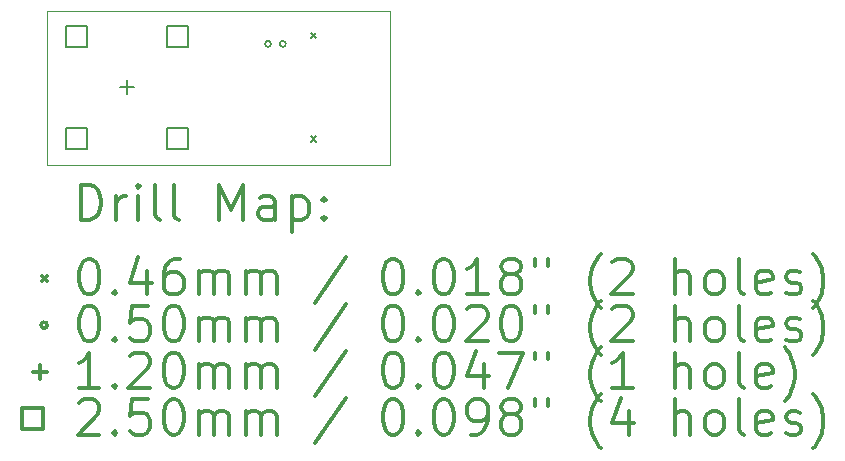
<source format=gbr>
%FSLAX45Y45*%
G04 Gerber Fmt 4.5, Leading zero omitted, Abs format (unit mm)*
G04 Created by KiCad (PCBNEW 5.1.6+dfsg1-1~bpo9+1) date 2022-04-04 20:18:46*
%MOMM*%
%LPD*%
G01*
G04 APERTURE LIST*
%TA.AperFunction,Profile*%
%ADD10C,0.050000*%
%TD*%
%ADD11C,0.200000*%
%ADD12C,0.300000*%
G04 APERTURE END LIST*
D10*
X10900000Y-6200000D02*
X10900000Y-7500000D01*
X8000000Y-7500000D02*
X10900000Y-7500000D01*
X8000000Y-6200000D02*
X10900000Y-6200000D01*
X8000000Y-7500000D02*
X8000000Y-6200000D01*
D11*
X10231700Y-6384300D02*
X10277700Y-6430300D01*
X10277700Y-6384300D02*
X10231700Y-6430300D01*
X10231700Y-7260300D02*
X10277700Y-7306300D01*
X10277700Y-7260300D02*
X10231700Y-7306300D01*
X9892900Y-6477000D02*
G75*
G03*
X9892900Y-6477000I-25000J0D01*
G01*
X10017900Y-6477000D02*
G75*
G03*
X10017900Y-6477000I-25000J0D01*
G01*
X8674100Y-6785300D02*
X8674100Y-6905300D01*
X8614100Y-6845300D02*
X8734100Y-6845300D01*
X8332489Y-6503689D02*
X8332489Y-6326911D01*
X8155711Y-6326911D01*
X8155711Y-6503689D01*
X8332489Y-6503689D01*
X8332489Y-7363689D02*
X8332489Y-7186911D01*
X8155711Y-7186911D01*
X8155711Y-7363689D01*
X8332489Y-7363689D01*
X9192489Y-6503689D02*
X9192489Y-6326911D01*
X9015711Y-6326911D01*
X9015711Y-6503689D01*
X9192489Y-6503689D01*
X9192489Y-7363689D02*
X9192489Y-7186911D01*
X9015711Y-7186911D01*
X9015711Y-7363689D01*
X9192489Y-7363689D01*
D12*
X8283928Y-7968214D02*
X8283928Y-7668214D01*
X8355357Y-7668214D01*
X8398214Y-7682500D01*
X8426786Y-7711071D01*
X8441071Y-7739643D01*
X8455357Y-7796786D01*
X8455357Y-7839643D01*
X8441071Y-7896786D01*
X8426786Y-7925357D01*
X8398214Y-7953929D01*
X8355357Y-7968214D01*
X8283928Y-7968214D01*
X8583928Y-7968214D02*
X8583928Y-7768214D01*
X8583928Y-7825357D02*
X8598214Y-7796786D01*
X8612500Y-7782500D01*
X8641071Y-7768214D01*
X8669643Y-7768214D01*
X8769643Y-7968214D02*
X8769643Y-7768214D01*
X8769643Y-7668214D02*
X8755357Y-7682500D01*
X8769643Y-7696786D01*
X8783928Y-7682500D01*
X8769643Y-7668214D01*
X8769643Y-7696786D01*
X8955357Y-7968214D02*
X8926786Y-7953929D01*
X8912500Y-7925357D01*
X8912500Y-7668214D01*
X9112500Y-7968214D02*
X9083928Y-7953929D01*
X9069643Y-7925357D01*
X9069643Y-7668214D01*
X9455357Y-7968214D02*
X9455357Y-7668214D01*
X9555357Y-7882500D01*
X9655357Y-7668214D01*
X9655357Y-7968214D01*
X9926786Y-7968214D02*
X9926786Y-7811071D01*
X9912500Y-7782500D01*
X9883928Y-7768214D01*
X9826786Y-7768214D01*
X9798214Y-7782500D01*
X9926786Y-7953929D02*
X9898214Y-7968214D01*
X9826786Y-7968214D01*
X9798214Y-7953929D01*
X9783928Y-7925357D01*
X9783928Y-7896786D01*
X9798214Y-7868214D01*
X9826786Y-7853929D01*
X9898214Y-7853929D01*
X9926786Y-7839643D01*
X10069643Y-7768214D02*
X10069643Y-8068214D01*
X10069643Y-7782500D02*
X10098214Y-7768214D01*
X10155357Y-7768214D01*
X10183928Y-7782500D01*
X10198214Y-7796786D01*
X10212500Y-7825357D01*
X10212500Y-7911071D01*
X10198214Y-7939643D01*
X10183928Y-7953929D01*
X10155357Y-7968214D01*
X10098214Y-7968214D01*
X10069643Y-7953929D01*
X10341071Y-7939643D02*
X10355357Y-7953929D01*
X10341071Y-7968214D01*
X10326786Y-7953929D01*
X10341071Y-7939643D01*
X10341071Y-7968214D01*
X10341071Y-7782500D02*
X10355357Y-7796786D01*
X10341071Y-7811071D01*
X10326786Y-7796786D01*
X10341071Y-7782500D01*
X10341071Y-7811071D01*
X7951500Y-8439500D02*
X7997500Y-8485500D01*
X7997500Y-8439500D02*
X7951500Y-8485500D01*
X8341071Y-8298214D02*
X8369643Y-8298214D01*
X8398214Y-8312500D01*
X8412500Y-8326786D01*
X8426786Y-8355357D01*
X8441071Y-8412500D01*
X8441071Y-8483929D01*
X8426786Y-8541072D01*
X8412500Y-8569643D01*
X8398214Y-8583929D01*
X8369643Y-8598214D01*
X8341071Y-8598214D01*
X8312500Y-8583929D01*
X8298214Y-8569643D01*
X8283928Y-8541072D01*
X8269643Y-8483929D01*
X8269643Y-8412500D01*
X8283928Y-8355357D01*
X8298214Y-8326786D01*
X8312500Y-8312500D01*
X8341071Y-8298214D01*
X8569643Y-8569643D02*
X8583928Y-8583929D01*
X8569643Y-8598214D01*
X8555357Y-8583929D01*
X8569643Y-8569643D01*
X8569643Y-8598214D01*
X8841071Y-8398214D02*
X8841071Y-8598214D01*
X8769643Y-8283929D02*
X8698214Y-8498214D01*
X8883928Y-8498214D01*
X9126786Y-8298214D02*
X9069643Y-8298214D01*
X9041071Y-8312500D01*
X9026786Y-8326786D01*
X8998214Y-8369643D01*
X8983928Y-8426786D01*
X8983928Y-8541072D01*
X8998214Y-8569643D01*
X9012500Y-8583929D01*
X9041071Y-8598214D01*
X9098214Y-8598214D01*
X9126786Y-8583929D01*
X9141071Y-8569643D01*
X9155357Y-8541072D01*
X9155357Y-8469643D01*
X9141071Y-8441072D01*
X9126786Y-8426786D01*
X9098214Y-8412500D01*
X9041071Y-8412500D01*
X9012500Y-8426786D01*
X8998214Y-8441072D01*
X8983928Y-8469643D01*
X9283928Y-8598214D02*
X9283928Y-8398214D01*
X9283928Y-8426786D02*
X9298214Y-8412500D01*
X9326786Y-8398214D01*
X9369643Y-8398214D01*
X9398214Y-8412500D01*
X9412500Y-8441072D01*
X9412500Y-8598214D01*
X9412500Y-8441072D02*
X9426786Y-8412500D01*
X9455357Y-8398214D01*
X9498214Y-8398214D01*
X9526786Y-8412500D01*
X9541071Y-8441072D01*
X9541071Y-8598214D01*
X9683928Y-8598214D02*
X9683928Y-8398214D01*
X9683928Y-8426786D02*
X9698214Y-8412500D01*
X9726786Y-8398214D01*
X9769643Y-8398214D01*
X9798214Y-8412500D01*
X9812500Y-8441072D01*
X9812500Y-8598214D01*
X9812500Y-8441072D02*
X9826786Y-8412500D01*
X9855357Y-8398214D01*
X9898214Y-8398214D01*
X9926786Y-8412500D01*
X9941071Y-8441072D01*
X9941071Y-8598214D01*
X10526786Y-8283929D02*
X10269643Y-8669643D01*
X10912500Y-8298214D02*
X10941071Y-8298214D01*
X10969643Y-8312500D01*
X10983928Y-8326786D01*
X10998214Y-8355357D01*
X11012500Y-8412500D01*
X11012500Y-8483929D01*
X10998214Y-8541072D01*
X10983928Y-8569643D01*
X10969643Y-8583929D01*
X10941071Y-8598214D01*
X10912500Y-8598214D01*
X10883928Y-8583929D01*
X10869643Y-8569643D01*
X10855357Y-8541072D01*
X10841071Y-8483929D01*
X10841071Y-8412500D01*
X10855357Y-8355357D01*
X10869643Y-8326786D01*
X10883928Y-8312500D01*
X10912500Y-8298214D01*
X11141071Y-8569643D02*
X11155357Y-8583929D01*
X11141071Y-8598214D01*
X11126786Y-8583929D01*
X11141071Y-8569643D01*
X11141071Y-8598214D01*
X11341071Y-8298214D02*
X11369643Y-8298214D01*
X11398214Y-8312500D01*
X11412500Y-8326786D01*
X11426786Y-8355357D01*
X11441071Y-8412500D01*
X11441071Y-8483929D01*
X11426786Y-8541072D01*
X11412500Y-8569643D01*
X11398214Y-8583929D01*
X11369643Y-8598214D01*
X11341071Y-8598214D01*
X11312500Y-8583929D01*
X11298214Y-8569643D01*
X11283928Y-8541072D01*
X11269643Y-8483929D01*
X11269643Y-8412500D01*
X11283928Y-8355357D01*
X11298214Y-8326786D01*
X11312500Y-8312500D01*
X11341071Y-8298214D01*
X11726786Y-8598214D02*
X11555357Y-8598214D01*
X11641071Y-8598214D02*
X11641071Y-8298214D01*
X11612500Y-8341071D01*
X11583928Y-8369643D01*
X11555357Y-8383929D01*
X11898214Y-8426786D02*
X11869643Y-8412500D01*
X11855357Y-8398214D01*
X11841071Y-8369643D01*
X11841071Y-8355357D01*
X11855357Y-8326786D01*
X11869643Y-8312500D01*
X11898214Y-8298214D01*
X11955357Y-8298214D01*
X11983928Y-8312500D01*
X11998214Y-8326786D01*
X12012500Y-8355357D01*
X12012500Y-8369643D01*
X11998214Y-8398214D01*
X11983928Y-8412500D01*
X11955357Y-8426786D01*
X11898214Y-8426786D01*
X11869643Y-8441072D01*
X11855357Y-8455357D01*
X11841071Y-8483929D01*
X11841071Y-8541072D01*
X11855357Y-8569643D01*
X11869643Y-8583929D01*
X11898214Y-8598214D01*
X11955357Y-8598214D01*
X11983928Y-8583929D01*
X11998214Y-8569643D01*
X12012500Y-8541072D01*
X12012500Y-8483929D01*
X11998214Y-8455357D01*
X11983928Y-8441072D01*
X11955357Y-8426786D01*
X12126786Y-8298214D02*
X12126786Y-8355357D01*
X12241071Y-8298214D02*
X12241071Y-8355357D01*
X12683928Y-8712500D02*
X12669643Y-8698214D01*
X12641071Y-8655357D01*
X12626786Y-8626786D01*
X12612500Y-8583929D01*
X12598214Y-8512500D01*
X12598214Y-8455357D01*
X12612500Y-8383929D01*
X12626786Y-8341071D01*
X12641071Y-8312500D01*
X12669643Y-8269643D01*
X12683928Y-8255357D01*
X12783928Y-8326786D02*
X12798214Y-8312500D01*
X12826786Y-8298214D01*
X12898214Y-8298214D01*
X12926786Y-8312500D01*
X12941071Y-8326786D01*
X12955357Y-8355357D01*
X12955357Y-8383929D01*
X12941071Y-8426786D01*
X12769643Y-8598214D01*
X12955357Y-8598214D01*
X13312500Y-8598214D02*
X13312500Y-8298214D01*
X13441071Y-8598214D02*
X13441071Y-8441072D01*
X13426786Y-8412500D01*
X13398214Y-8398214D01*
X13355357Y-8398214D01*
X13326786Y-8412500D01*
X13312500Y-8426786D01*
X13626786Y-8598214D02*
X13598214Y-8583929D01*
X13583928Y-8569643D01*
X13569643Y-8541072D01*
X13569643Y-8455357D01*
X13583928Y-8426786D01*
X13598214Y-8412500D01*
X13626786Y-8398214D01*
X13669643Y-8398214D01*
X13698214Y-8412500D01*
X13712500Y-8426786D01*
X13726786Y-8455357D01*
X13726786Y-8541072D01*
X13712500Y-8569643D01*
X13698214Y-8583929D01*
X13669643Y-8598214D01*
X13626786Y-8598214D01*
X13898214Y-8598214D02*
X13869643Y-8583929D01*
X13855357Y-8555357D01*
X13855357Y-8298214D01*
X14126786Y-8583929D02*
X14098214Y-8598214D01*
X14041071Y-8598214D01*
X14012500Y-8583929D01*
X13998214Y-8555357D01*
X13998214Y-8441072D01*
X14012500Y-8412500D01*
X14041071Y-8398214D01*
X14098214Y-8398214D01*
X14126786Y-8412500D01*
X14141071Y-8441072D01*
X14141071Y-8469643D01*
X13998214Y-8498214D01*
X14255357Y-8583929D02*
X14283928Y-8598214D01*
X14341071Y-8598214D01*
X14369643Y-8583929D01*
X14383928Y-8555357D01*
X14383928Y-8541072D01*
X14369643Y-8512500D01*
X14341071Y-8498214D01*
X14298214Y-8498214D01*
X14269643Y-8483929D01*
X14255357Y-8455357D01*
X14255357Y-8441072D01*
X14269643Y-8412500D01*
X14298214Y-8398214D01*
X14341071Y-8398214D01*
X14369643Y-8412500D01*
X14483928Y-8712500D02*
X14498214Y-8698214D01*
X14526786Y-8655357D01*
X14541071Y-8626786D01*
X14555357Y-8583929D01*
X14569643Y-8512500D01*
X14569643Y-8455357D01*
X14555357Y-8383929D01*
X14541071Y-8341071D01*
X14526786Y-8312500D01*
X14498214Y-8269643D01*
X14483928Y-8255357D01*
X7997500Y-8858500D02*
G75*
G03*
X7997500Y-8858500I-25000J0D01*
G01*
X8341071Y-8694214D02*
X8369643Y-8694214D01*
X8398214Y-8708500D01*
X8412500Y-8722786D01*
X8426786Y-8751357D01*
X8441071Y-8808500D01*
X8441071Y-8879929D01*
X8426786Y-8937072D01*
X8412500Y-8965643D01*
X8398214Y-8979929D01*
X8369643Y-8994214D01*
X8341071Y-8994214D01*
X8312500Y-8979929D01*
X8298214Y-8965643D01*
X8283928Y-8937072D01*
X8269643Y-8879929D01*
X8269643Y-8808500D01*
X8283928Y-8751357D01*
X8298214Y-8722786D01*
X8312500Y-8708500D01*
X8341071Y-8694214D01*
X8569643Y-8965643D02*
X8583928Y-8979929D01*
X8569643Y-8994214D01*
X8555357Y-8979929D01*
X8569643Y-8965643D01*
X8569643Y-8994214D01*
X8855357Y-8694214D02*
X8712500Y-8694214D01*
X8698214Y-8837072D01*
X8712500Y-8822786D01*
X8741071Y-8808500D01*
X8812500Y-8808500D01*
X8841071Y-8822786D01*
X8855357Y-8837072D01*
X8869643Y-8865643D01*
X8869643Y-8937072D01*
X8855357Y-8965643D01*
X8841071Y-8979929D01*
X8812500Y-8994214D01*
X8741071Y-8994214D01*
X8712500Y-8979929D01*
X8698214Y-8965643D01*
X9055357Y-8694214D02*
X9083928Y-8694214D01*
X9112500Y-8708500D01*
X9126786Y-8722786D01*
X9141071Y-8751357D01*
X9155357Y-8808500D01*
X9155357Y-8879929D01*
X9141071Y-8937072D01*
X9126786Y-8965643D01*
X9112500Y-8979929D01*
X9083928Y-8994214D01*
X9055357Y-8994214D01*
X9026786Y-8979929D01*
X9012500Y-8965643D01*
X8998214Y-8937072D01*
X8983928Y-8879929D01*
X8983928Y-8808500D01*
X8998214Y-8751357D01*
X9012500Y-8722786D01*
X9026786Y-8708500D01*
X9055357Y-8694214D01*
X9283928Y-8994214D02*
X9283928Y-8794214D01*
X9283928Y-8822786D02*
X9298214Y-8808500D01*
X9326786Y-8794214D01*
X9369643Y-8794214D01*
X9398214Y-8808500D01*
X9412500Y-8837072D01*
X9412500Y-8994214D01*
X9412500Y-8837072D02*
X9426786Y-8808500D01*
X9455357Y-8794214D01*
X9498214Y-8794214D01*
X9526786Y-8808500D01*
X9541071Y-8837072D01*
X9541071Y-8994214D01*
X9683928Y-8994214D02*
X9683928Y-8794214D01*
X9683928Y-8822786D02*
X9698214Y-8808500D01*
X9726786Y-8794214D01*
X9769643Y-8794214D01*
X9798214Y-8808500D01*
X9812500Y-8837072D01*
X9812500Y-8994214D01*
X9812500Y-8837072D02*
X9826786Y-8808500D01*
X9855357Y-8794214D01*
X9898214Y-8794214D01*
X9926786Y-8808500D01*
X9941071Y-8837072D01*
X9941071Y-8994214D01*
X10526786Y-8679929D02*
X10269643Y-9065643D01*
X10912500Y-8694214D02*
X10941071Y-8694214D01*
X10969643Y-8708500D01*
X10983928Y-8722786D01*
X10998214Y-8751357D01*
X11012500Y-8808500D01*
X11012500Y-8879929D01*
X10998214Y-8937072D01*
X10983928Y-8965643D01*
X10969643Y-8979929D01*
X10941071Y-8994214D01*
X10912500Y-8994214D01*
X10883928Y-8979929D01*
X10869643Y-8965643D01*
X10855357Y-8937072D01*
X10841071Y-8879929D01*
X10841071Y-8808500D01*
X10855357Y-8751357D01*
X10869643Y-8722786D01*
X10883928Y-8708500D01*
X10912500Y-8694214D01*
X11141071Y-8965643D02*
X11155357Y-8979929D01*
X11141071Y-8994214D01*
X11126786Y-8979929D01*
X11141071Y-8965643D01*
X11141071Y-8994214D01*
X11341071Y-8694214D02*
X11369643Y-8694214D01*
X11398214Y-8708500D01*
X11412500Y-8722786D01*
X11426786Y-8751357D01*
X11441071Y-8808500D01*
X11441071Y-8879929D01*
X11426786Y-8937072D01*
X11412500Y-8965643D01*
X11398214Y-8979929D01*
X11369643Y-8994214D01*
X11341071Y-8994214D01*
X11312500Y-8979929D01*
X11298214Y-8965643D01*
X11283928Y-8937072D01*
X11269643Y-8879929D01*
X11269643Y-8808500D01*
X11283928Y-8751357D01*
X11298214Y-8722786D01*
X11312500Y-8708500D01*
X11341071Y-8694214D01*
X11555357Y-8722786D02*
X11569643Y-8708500D01*
X11598214Y-8694214D01*
X11669643Y-8694214D01*
X11698214Y-8708500D01*
X11712500Y-8722786D01*
X11726786Y-8751357D01*
X11726786Y-8779929D01*
X11712500Y-8822786D01*
X11541071Y-8994214D01*
X11726786Y-8994214D01*
X11912500Y-8694214D02*
X11941071Y-8694214D01*
X11969643Y-8708500D01*
X11983928Y-8722786D01*
X11998214Y-8751357D01*
X12012500Y-8808500D01*
X12012500Y-8879929D01*
X11998214Y-8937072D01*
X11983928Y-8965643D01*
X11969643Y-8979929D01*
X11941071Y-8994214D01*
X11912500Y-8994214D01*
X11883928Y-8979929D01*
X11869643Y-8965643D01*
X11855357Y-8937072D01*
X11841071Y-8879929D01*
X11841071Y-8808500D01*
X11855357Y-8751357D01*
X11869643Y-8722786D01*
X11883928Y-8708500D01*
X11912500Y-8694214D01*
X12126786Y-8694214D02*
X12126786Y-8751357D01*
X12241071Y-8694214D02*
X12241071Y-8751357D01*
X12683928Y-9108500D02*
X12669643Y-9094214D01*
X12641071Y-9051357D01*
X12626786Y-9022786D01*
X12612500Y-8979929D01*
X12598214Y-8908500D01*
X12598214Y-8851357D01*
X12612500Y-8779929D01*
X12626786Y-8737072D01*
X12641071Y-8708500D01*
X12669643Y-8665643D01*
X12683928Y-8651357D01*
X12783928Y-8722786D02*
X12798214Y-8708500D01*
X12826786Y-8694214D01*
X12898214Y-8694214D01*
X12926786Y-8708500D01*
X12941071Y-8722786D01*
X12955357Y-8751357D01*
X12955357Y-8779929D01*
X12941071Y-8822786D01*
X12769643Y-8994214D01*
X12955357Y-8994214D01*
X13312500Y-8994214D02*
X13312500Y-8694214D01*
X13441071Y-8994214D02*
X13441071Y-8837072D01*
X13426786Y-8808500D01*
X13398214Y-8794214D01*
X13355357Y-8794214D01*
X13326786Y-8808500D01*
X13312500Y-8822786D01*
X13626786Y-8994214D02*
X13598214Y-8979929D01*
X13583928Y-8965643D01*
X13569643Y-8937072D01*
X13569643Y-8851357D01*
X13583928Y-8822786D01*
X13598214Y-8808500D01*
X13626786Y-8794214D01*
X13669643Y-8794214D01*
X13698214Y-8808500D01*
X13712500Y-8822786D01*
X13726786Y-8851357D01*
X13726786Y-8937072D01*
X13712500Y-8965643D01*
X13698214Y-8979929D01*
X13669643Y-8994214D01*
X13626786Y-8994214D01*
X13898214Y-8994214D02*
X13869643Y-8979929D01*
X13855357Y-8951357D01*
X13855357Y-8694214D01*
X14126786Y-8979929D02*
X14098214Y-8994214D01*
X14041071Y-8994214D01*
X14012500Y-8979929D01*
X13998214Y-8951357D01*
X13998214Y-8837072D01*
X14012500Y-8808500D01*
X14041071Y-8794214D01*
X14098214Y-8794214D01*
X14126786Y-8808500D01*
X14141071Y-8837072D01*
X14141071Y-8865643D01*
X13998214Y-8894214D01*
X14255357Y-8979929D02*
X14283928Y-8994214D01*
X14341071Y-8994214D01*
X14369643Y-8979929D01*
X14383928Y-8951357D01*
X14383928Y-8937072D01*
X14369643Y-8908500D01*
X14341071Y-8894214D01*
X14298214Y-8894214D01*
X14269643Y-8879929D01*
X14255357Y-8851357D01*
X14255357Y-8837072D01*
X14269643Y-8808500D01*
X14298214Y-8794214D01*
X14341071Y-8794214D01*
X14369643Y-8808500D01*
X14483928Y-9108500D02*
X14498214Y-9094214D01*
X14526786Y-9051357D01*
X14541071Y-9022786D01*
X14555357Y-8979929D01*
X14569643Y-8908500D01*
X14569643Y-8851357D01*
X14555357Y-8779929D01*
X14541071Y-8737072D01*
X14526786Y-8708500D01*
X14498214Y-8665643D01*
X14483928Y-8651357D01*
X7937500Y-9194500D02*
X7937500Y-9314500D01*
X7877500Y-9254500D02*
X7997500Y-9254500D01*
X8441071Y-9390214D02*
X8269643Y-9390214D01*
X8355357Y-9390214D02*
X8355357Y-9090214D01*
X8326786Y-9133072D01*
X8298214Y-9161643D01*
X8269643Y-9175929D01*
X8569643Y-9361643D02*
X8583928Y-9375929D01*
X8569643Y-9390214D01*
X8555357Y-9375929D01*
X8569643Y-9361643D01*
X8569643Y-9390214D01*
X8698214Y-9118786D02*
X8712500Y-9104500D01*
X8741071Y-9090214D01*
X8812500Y-9090214D01*
X8841071Y-9104500D01*
X8855357Y-9118786D01*
X8869643Y-9147357D01*
X8869643Y-9175929D01*
X8855357Y-9218786D01*
X8683928Y-9390214D01*
X8869643Y-9390214D01*
X9055357Y-9090214D02*
X9083928Y-9090214D01*
X9112500Y-9104500D01*
X9126786Y-9118786D01*
X9141071Y-9147357D01*
X9155357Y-9204500D01*
X9155357Y-9275929D01*
X9141071Y-9333072D01*
X9126786Y-9361643D01*
X9112500Y-9375929D01*
X9083928Y-9390214D01*
X9055357Y-9390214D01*
X9026786Y-9375929D01*
X9012500Y-9361643D01*
X8998214Y-9333072D01*
X8983928Y-9275929D01*
X8983928Y-9204500D01*
X8998214Y-9147357D01*
X9012500Y-9118786D01*
X9026786Y-9104500D01*
X9055357Y-9090214D01*
X9283928Y-9390214D02*
X9283928Y-9190214D01*
X9283928Y-9218786D02*
X9298214Y-9204500D01*
X9326786Y-9190214D01*
X9369643Y-9190214D01*
X9398214Y-9204500D01*
X9412500Y-9233072D01*
X9412500Y-9390214D01*
X9412500Y-9233072D02*
X9426786Y-9204500D01*
X9455357Y-9190214D01*
X9498214Y-9190214D01*
X9526786Y-9204500D01*
X9541071Y-9233072D01*
X9541071Y-9390214D01*
X9683928Y-9390214D02*
X9683928Y-9190214D01*
X9683928Y-9218786D02*
X9698214Y-9204500D01*
X9726786Y-9190214D01*
X9769643Y-9190214D01*
X9798214Y-9204500D01*
X9812500Y-9233072D01*
X9812500Y-9390214D01*
X9812500Y-9233072D02*
X9826786Y-9204500D01*
X9855357Y-9190214D01*
X9898214Y-9190214D01*
X9926786Y-9204500D01*
X9941071Y-9233072D01*
X9941071Y-9390214D01*
X10526786Y-9075929D02*
X10269643Y-9461643D01*
X10912500Y-9090214D02*
X10941071Y-9090214D01*
X10969643Y-9104500D01*
X10983928Y-9118786D01*
X10998214Y-9147357D01*
X11012500Y-9204500D01*
X11012500Y-9275929D01*
X10998214Y-9333072D01*
X10983928Y-9361643D01*
X10969643Y-9375929D01*
X10941071Y-9390214D01*
X10912500Y-9390214D01*
X10883928Y-9375929D01*
X10869643Y-9361643D01*
X10855357Y-9333072D01*
X10841071Y-9275929D01*
X10841071Y-9204500D01*
X10855357Y-9147357D01*
X10869643Y-9118786D01*
X10883928Y-9104500D01*
X10912500Y-9090214D01*
X11141071Y-9361643D02*
X11155357Y-9375929D01*
X11141071Y-9390214D01*
X11126786Y-9375929D01*
X11141071Y-9361643D01*
X11141071Y-9390214D01*
X11341071Y-9090214D02*
X11369643Y-9090214D01*
X11398214Y-9104500D01*
X11412500Y-9118786D01*
X11426786Y-9147357D01*
X11441071Y-9204500D01*
X11441071Y-9275929D01*
X11426786Y-9333072D01*
X11412500Y-9361643D01*
X11398214Y-9375929D01*
X11369643Y-9390214D01*
X11341071Y-9390214D01*
X11312500Y-9375929D01*
X11298214Y-9361643D01*
X11283928Y-9333072D01*
X11269643Y-9275929D01*
X11269643Y-9204500D01*
X11283928Y-9147357D01*
X11298214Y-9118786D01*
X11312500Y-9104500D01*
X11341071Y-9090214D01*
X11698214Y-9190214D02*
X11698214Y-9390214D01*
X11626786Y-9075929D02*
X11555357Y-9290214D01*
X11741071Y-9290214D01*
X11826786Y-9090214D02*
X12026786Y-9090214D01*
X11898214Y-9390214D01*
X12126786Y-9090214D02*
X12126786Y-9147357D01*
X12241071Y-9090214D02*
X12241071Y-9147357D01*
X12683928Y-9504500D02*
X12669643Y-9490214D01*
X12641071Y-9447357D01*
X12626786Y-9418786D01*
X12612500Y-9375929D01*
X12598214Y-9304500D01*
X12598214Y-9247357D01*
X12612500Y-9175929D01*
X12626786Y-9133072D01*
X12641071Y-9104500D01*
X12669643Y-9061643D01*
X12683928Y-9047357D01*
X12955357Y-9390214D02*
X12783928Y-9390214D01*
X12869643Y-9390214D02*
X12869643Y-9090214D01*
X12841071Y-9133072D01*
X12812500Y-9161643D01*
X12783928Y-9175929D01*
X13312500Y-9390214D02*
X13312500Y-9090214D01*
X13441071Y-9390214D02*
X13441071Y-9233072D01*
X13426786Y-9204500D01*
X13398214Y-9190214D01*
X13355357Y-9190214D01*
X13326786Y-9204500D01*
X13312500Y-9218786D01*
X13626786Y-9390214D02*
X13598214Y-9375929D01*
X13583928Y-9361643D01*
X13569643Y-9333072D01*
X13569643Y-9247357D01*
X13583928Y-9218786D01*
X13598214Y-9204500D01*
X13626786Y-9190214D01*
X13669643Y-9190214D01*
X13698214Y-9204500D01*
X13712500Y-9218786D01*
X13726786Y-9247357D01*
X13726786Y-9333072D01*
X13712500Y-9361643D01*
X13698214Y-9375929D01*
X13669643Y-9390214D01*
X13626786Y-9390214D01*
X13898214Y-9390214D02*
X13869643Y-9375929D01*
X13855357Y-9347357D01*
X13855357Y-9090214D01*
X14126786Y-9375929D02*
X14098214Y-9390214D01*
X14041071Y-9390214D01*
X14012500Y-9375929D01*
X13998214Y-9347357D01*
X13998214Y-9233072D01*
X14012500Y-9204500D01*
X14041071Y-9190214D01*
X14098214Y-9190214D01*
X14126786Y-9204500D01*
X14141071Y-9233072D01*
X14141071Y-9261643D01*
X13998214Y-9290214D01*
X14241071Y-9504500D02*
X14255357Y-9490214D01*
X14283928Y-9447357D01*
X14298214Y-9418786D01*
X14312500Y-9375929D01*
X14326786Y-9304500D01*
X14326786Y-9247357D01*
X14312500Y-9175929D01*
X14298214Y-9133072D01*
X14283928Y-9104500D01*
X14255357Y-9061643D01*
X14241071Y-9047357D01*
X7960889Y-9738889D02*
X7960889Y-9562111D01*
X7784111Y-9562111D01*
X7784111Y-9738889D01*
X7960889Y-9738889D01*
X8269643Y-9514786D02*
X8283928Y-9500500D01*
X8312500Y-9486214D01*
X8383928Y-9486214D01*
X8412500Y-9500500D01*
X8426786Y-9514786D01*
X8441071Y-9543357D01*
X8441071Y-9571929D01*
X8426786Y-9614786D01*
X8255357Y-9786214D01*
X8441071Y-9786214D01*
X8569643Y-9757643D02*
X8583928Y-9771929D01*
X8569643Y-9786214D01*
X8555357Y-9771929D01*
X8569643Y-9757643D01*
X8569643Y-9786214D01*
X8855357Y-9486214D02*
X8712500Y-9486214D01*
X8698214Y-9629072D01*
X8712500Y-9614786D01*
X8741071Y-9600500D01*
X8812500Y-9600500D01*
X8841071Y-9614786D01*
X8855357Y-9629072D01*
X8869643Y-9657643D01*
X8869643Y-9729072D01*
X8855357Y-9757643D01*
X8841071Y-9771929D01*
X8812500Y-9786214D01*
X8741071Y-9786214D01*
X8712500Y-9771929D01*
X8698214Y-9757643D01*
X9055357Y-9486214D02*
X9083928Y-9486214D01*
X9112500Y-9500500D01*
X9126786Y-9514786D01*
X9141071Y-9543357D01*
X9155357Y-9600500D01*
X9155357Y-9671929D01*
X9141071Y-9729072D01*
X9126786Y-9757643D01*
X9112500Y-9771929D01*
X9083928Y-9786214D01*
X9055357Y-9786214D01*
X9026786Y-9771929D01*
X9012500Y-9757643D01*
X8998214Y-9729072D01*
X8983928Y-9671929D01*
X8983928Y-9600500D01*
X8998214Y-9543357D01*
X9012500Y-9514786D01*
X9026786Y-9500500D01*
X9055357Y-9486214D01*
X9283928Y-9786214D02*
X9283928Y-9586214D01*
X9283928Y-9614786D02*
X9298214Y-9600500D01*
X9326786Y-9586214D01*
X9369643Y-9586214D01*
X9398214Y-9600500D01*
X9412500Y-9629072D01*
X9412500Y-9786214D01*
X9412500Y-9629072D02*
X9426786Y-9600500D01*
X9455357Y-9586214D01*
X9498214Y-9586214D01*
X9526786Y-9600500D01*
X9541071Y-9629072D01*
X9541071Y-9786214D01*
X9683928Y-9786214D02*
X9683928Y-9586214D01*
X9683928Y-9614786D02*
X9698214Y-9600500D01*
X9726786Y-9586214D01*
X9769643Y-9586214D01*
X9798214Y-9600500D01*
X9812500Y-9629072D01*
X9812500Y-9786214D01*
X9812500Y-9629072D02*
X9826786Y-9600500D01*
X9855357Y-9586214D01*
X9898214Y-9586214D01*
X9926786Y-9600500D01*
X9941071Y-9629072D01*
X9941071Y-9786214D01*
X10526786Y-9471929D02*
X10269643Y-9857643D01*
X10912500Y-9486214D02*
X10941071Y-9486214D01*
X10969643Y-9500500D01*
X10983928Y-9514786D01*
X10998214Y-9543357D01*
X11012500Y-9600500D01*
X11012500Y-9671929D01*
X10998214Y-9729072D01*
X10983928Y-9757643D01*
X10969643Y-9771929D01*
X10941071Y-9786214D01*
X10912500Y-9786214D01*
X10883928Y-9771929D01*
X10869643Y-9757643D01*
X10855357Y-9729072D01*
X10841071Y-9671929D01*
X10841071Y-9600500D01*
X10855357Y-9543357D01*
X10869643Y-9514786D01*
X10883928Y-9500500D01*
X10912500Y-9486214D01*
X11141071Y-9757643D02*
X11155357Y-9771929D01*
X11141071Y-9786214D01*
X11126786Y-9771929D01*
X11141071Y-9757643D01*
X11141071Y-9786214D01*
X11341071Y-9486214D02*
X11369643Y-9486214D01*
X11398214Y-9500500D01*
X11412500Y-9514786D01*
X11426786Y-9543357D01*
X11441071Y-9600500D01*
X11441071Y-9671929D01*
X11426786Y-9729072D01*
X11412500Y-9757643D01*
X11398214Y-9771929D01*
X11369643Y-9786214D01*
X11341071Y-9786214D01*
X11312500Y-9771929D01*
X11298214Y-9757643D01*
X11283928Y-9729072D01*
X11269643Y-9671929D01*
X11269643Y-9600500D01*
X11283928Y-9543357D01*
X11298214Y-9514786D01*
X11312500Y-9500500D01*
X11341071Y-9486214D01*
X11583928Y-9786214D02*
X11641071Y-9786214D01*
X11669643Y-9771929D01*
X11683928Y-9757643D01*
X11712500Y-9714786D01*
X11726786Y-9657643D01*
X11726786Y-9543357D01*
X11712500Y-9514786D01*
X11698214Y-9500500D01*
X11669643Y-9486214D01*
X11612500Y-9486214D01*
X11583928Y-9500500D01*
X11569643Y-9514786D01*
X11555357Y-9543357D01*
X11555357Y-9614786D01*
X11569643Y-9643357D01*
X11583928Y-9657643D01*
X11612500Y-9671929D01*
X11669643Y-9671929D01*
X11698214Y-9657643D01*
X11712500Y-9643357D01*
X11726786Y-9614786D01*
X11898214Y-9614786D02*
X11869643Y-9600500D01*
X11855357Y-9586214D01*
X11841071Y-9557643D01*
X11841071Y-9543357D01*
X11855357Y-9514786D01*
X11869643Y-9500500D01*
X11898214Y-9486214D01*
X11955357Y-9486214D01*
X11983928Y-9500500D01*
X11998214Y-9514786D01*
X12012500Y-9543357D01*
X12012500Y-9557643D01*
X11998214Y-9586214D01*
X11983928Y-9600500D01*
X11955357Y-9614786D01*
X11898214Y-9614786D01*
X11869643Y-9629072D01*
X11855357Y-9643357D01*
X11841071Y-9671929D01*
X11841071Y-9729072D01*
X11855357Y-9757643D01*
X11869643Y-9771929D01*
X11898214Y-9786214D01*
X11955357Y-9786214D01*
X11983928Y-9771929D01*
X11998214Y-9757643D01*
X12012500Y-9729072D01*
X12012500Y-9671929D01*
X11998214Y-9643357D01*
X11983928Y-9629072D01*
X11955357Y-9614786D01*
X12126786Y-9486214D02*
X12126786Y-9543357D01*
X12241071Y-9486214D02*
X12241071Y-9543357D01*
X12683928Y-9900500D02*
X12669643Y-9886214D01*
X12641071Y-9843357D01*
X12626786Y-9814786D01*
X12612500Y-9771929D01*
X12598214Y-9700500D01*
X12598214Y-9643357D01*
X12612500Y-9571929D01*
X12626786Y-9529072D01*
X12641071Y-9500500D01*
X12669643Y-9457643D01*
X12683928Y-9443357D01*
X12926786Y-9586214D02*
X12926786Y-9786214D01*
X12855357Y-9471929D02*
X12783928Y-9686214D01*
X12969643Y-9686214D01*
X13312500Y-9786214D02*
X13312500Y-9486214D01*
X13441071Y-9786214D02*
X13441071Y-9629072D01*
X13426786Y-9600500D01*
X13398214Y-9586214D01*
X13355357Y-9586214D01*
X13326786Y-9600500D01*
X13312500Y-9614786D01*
X13626786Y-9786214D02*
X13598214Y-9771929D01*
X13583928Y-9757643D01*
X13569643Y-9729072D01*
X13569643Y-9643357D01*
X13583928Y-9614786D01*
X13598214Y-9600500D01*
X13626786Y-9586214D01*
X13669643Y-9586214D01*
X13698214Y-9600500D01*
X13712500Y-9614786D01*
X13726786Y-9643357D01*
X13726786Y-9729072D01*
X13712500Y-9757643D01*
X13698214Y-9771929D01*
X13669643Y-9786214D01*
X13626786Y-9786214D01*
X13898214Y-9786214D02*
X13869643Y-9771929D01*
X13855357Y-9743357D01*
X13855357Y-9486214D01*
X14126786Y-9771929D02*
X14098214Y-9786214D01*
X14041071Y-9786214D01*
X14012500Y-9771929D01*
X13998214Y-9743357D01*
X13998214Y-9629072D01*
X14012500Y-9600500D01*
X14041071Y-9586214D01*
X14098214Y-9586214D01*
X14126786Y-9600500D01*
X14141071Y-9629072D01*
X14141071Y-9657643D01*
X13998214Y-9686214D01*
X14255357Y-9771929D02*
X14283928Y-9786214D01*
X14341071Y-9786214D01*
X14369643Y-9771929D01*
X14383928Y-9743357D01*
X14383928Y-9729072D01*
X14369643Y-9700500D01*
X14341071Y-9686214D01*
X14298214Y-9686214D01*
X14269643Y-9671929D01*
X14255357Y-9643357D01*
X14255357Y-9629072D01*
X14269643Y-9600500D01*
X14298214Y-9586214D01*
X14341071Y-9586214D01*
X14369643Y-9600500D01*
X14483928Y-9900500D02*
X14498214Y-9886214D01*
X14526786Y-9843357D01*
X14541071Y-9814786D01*
X14555357Y-9771929D01*
X14569643Y-9700500D01*
X14569643Y-9643357D01*
X14555357Y-9571929D01*
X14541071Y-9529072D01*
X14526786Y-9500500D01*
X14498214Y-9457643D01*
X14483928Y-9443357D01*
M02*

</source>
